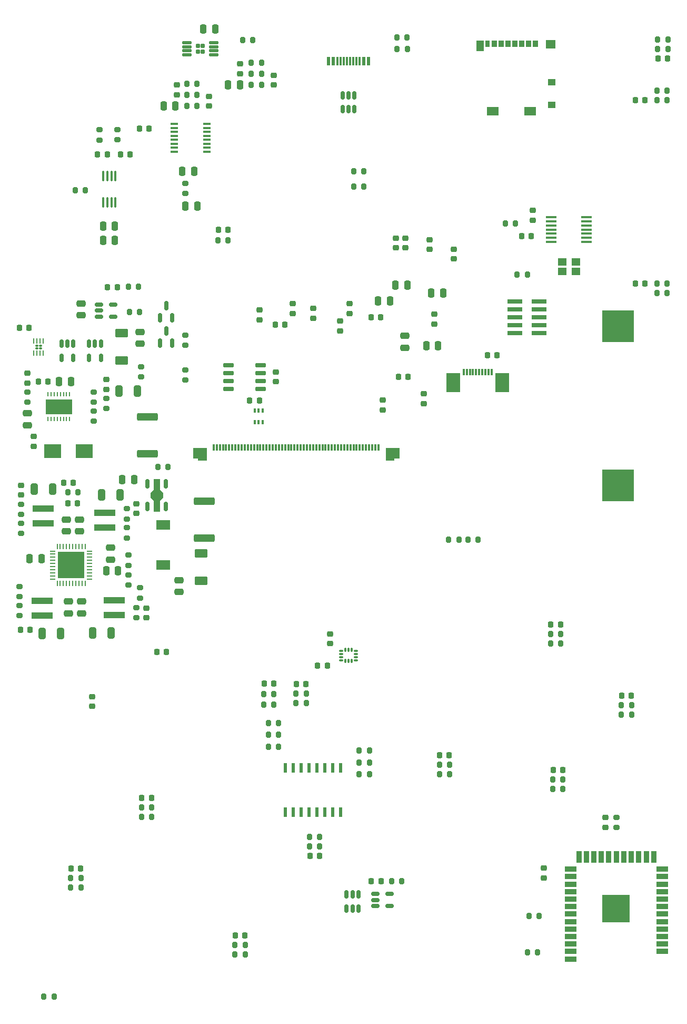
<source format=gbp>
G04 #@! TF.GenerationSoftware,KiCad,Pcbnew,8.0.4*
G04 #@! TF.CreationDate,2024-09-06T21:03:00+01:00*
G04 #@! TF.ProjectId,gk-pcbv3,676b2d70-6362-4763-932e-6b696361645f,rev?*
G04 #@! TF.SameCoordinates,Original*
G04 #@! TF.FileFunction,Paste,Bot*
G04 #@! TF.FilePolarity,Positive*
%FSLAX46Y46*%
G04 Gerber Fmt 4.6, Leading zero omitted, Abs format (unit mm)*
G04 Created by KiCad (PCBNEW 8.0.4) date 2024-09-06 21:03:00*
%MOMM*%
%LPD*%
G01*
G04 APERTURE LIST*
G04 Aperture macros list*
%AMRoundRect*
0 Rectangle with rounded corners*
0 $1 Rounding radius*
0 $2 $3 $4 $5 $6 $7 $8 $9 X,Y pos of 4 corners*
0 Add a 4 corners polygon primitive as box body*
4,1,4,$2,$3,$4,$5,$6,$7,$8,$9,$2,$3,0*
0 Add four circle primitives for the rounded corners*
1,1,$1+$1,$2,$3*
1,1,$1+$1,$4,$5*
1,1,$1+$1,$6,$7*
1,1,$1+$1,$8,$9*
0 Add four rect primitives between the rounded corners*
20,1,$1+$1,$2,$3,$4,$5,0*
20,1,$1+$1,$4,$5,$6,$7,0*
20,1,$1+$1,$6,$7,$8,$9,0*
20,1,$1+$1,$8,$9,$2,$3,0*%
%AMFreePoly0*
4,1,13,0.900000,0.500000,2.600000,0.500000,2.600000,-0.500000,0.900000,-0.500000,0.400000,-1.000000,-0.400000,-1.000000,-0.900000,-0.500000,-2.600000,-0.500000,-2.600000,0.500000,-0.900000,0.500000,-0.400000,1.000000,0.400000,1.000000,0.900000,0.500000,0.900000,0.500000,$1*%
G04 Aperture macros list end*
%ADD10C,0.000000*%
%ADD11C,0.010000*%
%ADD12R,1.676400X0.355600*%
%ADD13RoundRect,0.225000X-0.250000X0.225000X-0.250000X-0.225000X0.250000X-0.225000X0.250000X0.225000X0*%
%ADD14RoundRect,0.225000X0.225000X0.250000X-0.225000X0.250000X-0.225000X-0.250000X0.225000X-0.250000X0*%
%ADD15R,0.812800X0.254000*%
%ADD16R,0.254000X0.812800*%
%ADD17R,4.191000X4.191000*%
%ADD18RoundRect,0.200000X-0.275000X0.200000X-0.275000X-0.200000X0.275000X-0.200000X0.275000X0.200000X0*%
%ADD19RoundRect,0.250000X0.475000X-0.250000X0.475000X0.250000X-0.475000X0.250000X-0.475000X-0.250000X0*%
%ADD20RoundRect,0.250000X-0.475000X0.250000X-0.475000X-0.250000X0.475000X-0.250000X0.475000X0.250000X0*%
%ADD21RoundRect,0.250000X0.250000X0.475000X-0.250000X0.475000X-0.250000X-0.475000X0.250000X-0.475000X0*%
%ADD22RoundRect,0.225000X0.250000X-0.225000X0.250000X0.225000X-0.250000X0.225000X-0.250000X-0.225000X0*%
%ADD23RoundRect,0.225000X-0.225000X-0.250000X0.225000X-0.250000X0.225000X0.250000X-0.225000X0.250000X0*%
%ADD24R,1.879600X0.812800*%
%ADD25R,0.812800X1.879600*%
%ADD26R,4.394200X4.394200*%
%ADD27RoundRect,0.200000X0.200000X0.275000X-0.200000X0.275000X-0.200000X-0.275000X0.200000X-0.275000X0*%
%ADD28RoundRect,0.200000X0.275000X-0.200000X0.275000X0.200000X-0.275000X0.200000X-0.275000X-0.200000X0*%
%ADD29R,1.400000X1.150000*%
%ADD30RoundRect,0.200000X-0.200000X-0.275000X0.200000X-0.275000X0.200000X0.275000X-0.200000X0.275000X0*%
%ADD31R,3.400000X0.980000*%
%ADD32R,2.700000X2.200000*%
%ADD33RoundRect,0.218750X0.218750X0.256250X-0.218750X0.256250X-0.218750X-0.256250X0.218750X-0.256250X0*%
%ADD34RoundRect,0.250000X-0.250000X-0.475000X0.250000X-0.475000X0.250000X0.475000X-0.250000X0.475000X0*%
%ADD35RoundRect,0.250000X-0.325000X-0.650000X0.325000X-0.650000X0.325000X0.650000X-0.325000X0.650000X0*%
%ADD36RoundRect,0.250000X0.325000X0.650000X-0.325000X0.650000X-0.325000X-0.650000X0.325000X-0.650000X0*%
%ADD37R,0.203200X0.711200*%
%ADD38R,4.343400X2.438400*%
%ADD39R,0.300000X1.100000*%
%ADD40R,2.300000X3.100000*%
%ADD41RoundRect,0.150000X-0.512500X-0.150000X0.512500X-0.150000X0.512500X0.150000X-0.512500X0.150000X0*%
%ADD42RoundRect,0.150000X-0.150000X0.512500X-0.150000X-0.512500X0.150000X-0.512500X0.150000X0.512500X0*%
%ADD43RoundRect,0.175000X-0.175000X0.575000X-0.175000X-0.575000X0.175000X-0.575000X0.175000X0.575000X0*%
%ADD44FreePoly0,270.000000*%
%ADD45RoundRect,0.250000X-1.425000X0.362500X-1.425000X-0.362500X1.425000X-0.362500X1.425000X0.362500X0*%
%ADD46R,2.200000X1.500000*%
%ADD47RoundRect,0.218750X-0.218750X-0.256250X0.218750X-0.256250X0.218750X0.256250X-0.218750X0.256250X0*%
%ADD48RoundRect,0.250000X0.800000X-0.450000X0.800000X0.450000X-0.800000X0.450000X-0.800000X-0.450000X0*%
%ADD49RoundRect,0.100000X-0.100000X0.225000X-0.100000X-0.225000X0.100000X-0.225000X0.100000X0.225000X0*%
%ADD50RoundRect,0.150000X0.725000X0.150000X-0.725000X0.150000X-0.725000X-0.150000X0.725000X-0.150000X0*%
%ADD51R,5.100000X5.100000*%
%ADD52RoundRect,0.250000X1.425000X-0.362500X1.425000X0.362500X-1.425000X0.362500X-1.425000X-0.362500X0*%
%ADD53RoundRect,0.087500X0.225000X0.087500X-0.225000X0.087500X-0.225000X-0.087500X0.225000X-0.087500X0*%
%ADD54RoundRect,0.087500X0.087500X0.225000X-0.087500X0.225000X-0.087500X-0.225000X0.087500X-0.225000X0*%
%ADD55RoundRect,0.125000X0.600000X0.125000X-0.600000X0.125000X-0.600000X-0.125000X0.600000X-0.125000X0*%
%ADD56RoundRect,0.157500X0.157500X0.222500X-0.157500X0.222500X-0.157500X-0.222500X0.157500X-0.222500X0*%
%ADD57R,0.600000X1.450000*%
%ADD58R,0.300000X1.450000*%
%ADD59RoundRect,0.062500X-0.062500X0.325000X-0.062500X-0.325000X0.062500X-0.325000X0.062500X0.325000X0*%
%ADD60RoundRect,0.080000X-0.160000X0.080000X-0.160000X-0.080000X0.160000X-0.080000X0.160000X0.080000X0*%
%ADD61R,0.600000X1.500000*%
%ADD62R,2.400000X0.740000*%
%ADD63R,1.200000X0.400000*%
%ADD64RoundRect,0.150000X0.150000X-0.587500X0.150000X0.587500X-0.150000X0.587500X-0.150000X-0.587500X0*%
%ADD65RoundRect,0.100000X-0.100000X0.712500X-0.100000X-0.712500X0.100000X-0.712500X0.100000X0.712500X0*%
%ADD66R,0.850000X1.100000*%
%ADD67R,0.750000X1.100000*%
%ADD68R,1.200000X1.000000*%
%ADD69R,1.550000X1.350000*%
%ADD70R,1.900000X1.350000*%
%ADD71R,1.170000X1.800000*%
G04 APERTURE END LIST*
D10*
G36*
X140597634Y-164019000D02*
G01*
X139332900Y-164019000D01*
X139332900Y-162754266D01*
X140597634Y-162754266D01*
X140597634Y-164019000D01*
G37*
G36*
X140597634Y-162554267D02*
G01*
X139332900Y-162554267D01*
X139332900Y-161289533D01*
X140597634Y-161289533D01*
X140597634Y-162554267D01*
G37*
G36*
X140597634Y-161089533D02*
G01*
X139332900Y-161089533D01*
X139332900Y-159824800D01*
X140597634Y-159824800D01*
X140597634Y-161089533D01*
G37*
G36*
X142062367Y-164019000D02*
G01*
X140797633Y-164019000D01*
X140797633Y-162754266D01*
X142062367Y-162754266D01*
X142062367Y-164019000D01*
G37*
G36*
X142062367Y-162554267D02*
G01*
X140797633Y-162554267D01*
X140797633Y-161289533D01*
X142062367Y-161289533D01*
X142062367Y-162554267D01*
G37*
G36*
X142062367Y-161089533D02*
G01*
X140797633Y-161089533D01*
X140797633Y-159824800D01*
X142062367Y-159824800D01*
X142062367Y-161089533D01*
G37*
G36*
X143527100Y-164019000D02*
G01*
X142262366Y-164019000D01*
X142262366Y-162754266D01*
X143527100Y-162754266D01*
X143527100Y-164019000D01*
G37*
G36*
X143527100Y-162554267D02*
G01*
X142262366Y-162554267D01*
X142262366Y-161289533D01*
X143527100Y-161289533D01*
X143527100Y-162554267D01*
G37*
G36*
X143527100Y-161089533D02*
G01*
X142262366Y-161089533D01*
X142262366Y-159824800D01*
X143527100Y-159824800D01*
X143527100Y-161089533D01*
G37*
G36*
X50992100Y-82399200D02*
G01*
X49744300Y-82399200D01*
X49744300Y-80160800D01*
X50992100Y-80160800D01*
X50992100Y-82399200D01*
G37*
G36*
X52439900Y-82399200D02*
G01*
X51192100Y-82399200D01*
X51192100Y-80160800D01*
X52439900Y-80160800D01*
X52439900Y-82399200D01*
G37*
G36*
X53887700Y-82399200D02*
G01*
X52639900Y-82399200D01*
X52639900Y-80160800D01*
X53887700Y-80160800D01*
X53887700Y-82399200D01*
G37*
D11*
X106520000Y-89564000D02*
X105720000Y-89564000D01*
X105720000Y-89914000D01*
X104420000Y-89914000D01*
X104420000Y-87964000D01*
X106520000Y-87964000D01*
X106520000Y-89564000D01*
G36*
X106520000Y-89564000D02*
G01*
X105720000Y-89564000D01*
X105720000Y-89914000D01*
X104420000Y-89914000D01*
X104420000Y-87964000D01*
X106520000Y-87964000D01*
X106520000Y-89564000D01*
G37*
X75520000Y-89914000D02*
X74220000Y-89914000D01*
X74220000Y-89564000D01*
X73420000Y-89564000D01*
X73420000Y-87964000D01*
X75520000Y-87964000D01*
X75520000Y-89914000D01*
G36*
X75520000Y-89914000D02*
G01*
X74220000Y-89914000D01*
X74220000Y-89564000D01*
X73420000Y-89564000D01*
X73420000Y-87964000D01*
X75520000Y-87964000D01*
X75520000Y-89914000D01*
G37*
D12*
X131038600Y-54782001D03*
X131038600Y-54132000D03*
X131038600Y-53481999D03*
X131038600Y-52832000D03*
X131038600Y-52182001D03*
X131038600Y-51532000D03*
X131038600Y-50882001D03*
X136677400Y-50881999D03*
X136677400Y-51532000D03*
X136677400Y-52181999D03*
X136677400Y-52832000D03*
X136677400Y-53481999D03*
X136677400Y-54132000D03*
X136677400Y-54781999D03*
D13*
X112217200Y-66458800D03*
X112217200Y-68008800D03*
D14*
X103568800Y-66929000D03*
X102018800Y-66929000D03*
D15*
X56743600Y-104480799D03*
X56743600Y-104980801D03*
X56743600Y-105480800D03*
X56743600Y-105980799D03*
X56743600Y-106480800D03*
X56743600Y-106980800D03*
X56743600Y-107480801D03*
X56743600Y-107980800D03*
X56743600Y-108480799D03*
X56743600Y-108980801D03*
D16*
X56047201Y-109677200D03*
X55547199Y-109677200D03*
X55047200Y-109677200D03*
X54547201Y-109677200D03*
X54047200Y-109677200D03*
X53547200Y-109677200D03*
X53047199Y-109677200D03*
X52547200Y-109677200D03*
X52047201Y-109677200D03*
X51547199Y-109677200D03*
D15*
X50850800Y-108980801D03*
X50850800Y-108480799D03*
X50850800Y-107980800D03*
X50850800Y-107480801D03*
X50850800Y-106980800D03*
X50850800Y-106480800D03*
X50850800Y-105980799D03*
X50850800Y-105480800D03*
X50850800Y-104980801D03*
X50850800Y-104480799D03*
D16*
X51547199Y-103784400D03*
X52047201Y-103784400D03*
X52547200Y-103784400D03*
X53047199Y-103784400D03*
X53547200Y-103784400D03*
X54047200Y-103784400D03*
X54547201Y-103784400D03*
X55047200Y-103784400D03*
X55547199Y-103784400D03*
X56047201Y-103784400D03*
D17*
X53797200Y-106730800D03*
D18*
X62992000Y-108293400D03*
X62992000Y-109943400D03*
X62992000Y-105143800D03*
X62992000Y-106793800D03*
D19*
X53035200Y-101330800D03*
X53035200Y-99430800D03*
X55138800Y-101330800D03*
X55138800Y-99430800D03*
D20*
X55473600Y-112588000D03*
X55473600Y-114488000D03*
X53390800Y-112588000D03*
X53390800Y-114488000D03*
D21*
X49006800Y-105664000D03*
X47106800Y-105664000D03*
D13*
X64262000Y-96862600D03*
X64262000Y-98412600D03*
D22*
X45720000Y-95466200D03*
X45720000Y-93916200D03*
X65938400Y-115176600D03*
X65938400Y-113626600D03*
D14*
X47206200Y-117094000D03*
X45656200Y-117094000D03*
D19*
X60147200Y-105852000D03*
X60147200Y-103952000D03*
D22*
X110490000Y-80785000D03*
X110490000Y-79235000D03*
D13*
X103886000Y-80251000D03*
X103886000Y-81801000D03*
D23*
X106413000Y-76454000D03*
X107963000Y-76454000D03*
D22*
X97028000Y-69101000D03*
X97028000Y-67551000D03*
X98552000Y-66307000D03*
X98552000Y-64757000D03*
D13*
X92710000Y-65519000D03*
X92710000Y-67069000D03*
D22*
X89408000Y-66307000D03*
X89408000Y-64757000D03*
D13*
X84074000Y-65773000D03*
X84074000Y-67323000D03*
D14*
X88151000Y-68072000D03*
X86601000Y-68072000D03*
D24*
X134112000Y-170026660D03*
X134112000Y-168822700D03*
X134112000Y-167618740D03*
X134112000Y-166414780D03*
X134112000Y-165210820D03*
X134112000Y-164006860D03*
X134112000Y-162802900D03*
X134112000Y-161598940D03*
X134112000Y-160394980D03*
X134112000Y-159191020D03*
X134112000Y-157987060D03*
X134112000Y-156783100D03*
X134112000Y-155579140D03*
D25*
X135455700Y-153593800D03*
X136659660Y-153593800D03*
X137863620Y-153593800D03*
X139067580Y-153593800D03*
X140271540Y-153593800D03*
X141475500Y-153593800D03*
X142679460Y-153593800D03*
X143883420Y-153593800D03*
X145087380Y-153593800D03*
X146291340Y-153593800D03*
X147495300Y-153593800D03*
D24*
X148844000Y-155579140D03*
X148844000Y-156783100D03*
X148844000Y-157987060D03*
X148844000Y-159191020D03*
X148844000Y-160394980D03*
X148844000Y-161598940D03*
X148844000Y-162802900D03*
X148844000Y-164006860D03*
X148844000Y-165210820D03*
X148844000Y-166414780D03*
X148844000Y-167618740D03*
X148844000Y-168822700D03*
D26*
X141430000Y-161921900D03*
D27*
X129095000Y-163068000D03*
X127445000Y-163068000D03*
D28*
X141478000Y-148907000D03*
X141478000Y-147257000D03*
D27*
X128841000Y-168910000D03*
X127191000Y-168910000D03*
D22*
X129794000Y-156985000D03*
X129794000Y-155435000D03*
X139700000Y-148857000D03*
X139700000Y-147307000D03*
D29*
X132758000Y-59601000D03*
X134958000Y-59601000D03*
X134958000Y-58001000D03*
X132758000Y-58001000D03*
D27*
X54927000Y-94996000D03*
X53277000Y-94996000D03*
D28*
X45466000Y-111801500D03*
X45466000Y-110151500D03*
X45466000Y-114849500D03*
X45466000Y-113199500D03*
D18*
X45720000Y-100013000D03*
X45720000Y-101663000D03*
X45720000Y-96965000D03*
X45720000Y-98615000D03*
X62738000Y-100724200D03*
X62738000Y-102374200D03*
X62738000Y-97676200D03*
X62738000Y-99326200D03*
D28*
X64922400Y-112026200D03*
X64922400Y-110376200D03*
X64262000Y-113564400D03*
X64262000Y-115214400D03*
D18*
X46736000Y-78931000D03*
X46736000Y-80581000D03*
X59436000Y-79947000D03*
X59436000Y-81597000D03*
D27*
X100901000Y-45944000D03*
X99251000Y-45944000D03*
D30*
X99251000Y-43434000D03*
X100901000Y-43434000D03*
D18*
X57404000Y-81979000D03*
X57404000Y-83629000D03*
X57404000Y-78931000D03*
X57404000Y-80581000D03*
D31*
X59182000Y-98332200D03*
X59182000Y-100702200D03*
X49276000Y-97621000D03*
X49276000Y-99991000D03*
X60756800Y-112353000D03*
X60756800Y-114723000D03*
X49123600Y-114808000D03*
X49123600Y-112438000D03*
D32*
X50790000Y-88392000D03*
X55890000Y-88392000D03*
D33*
X54838700Y-96774000D03*
X53263700Y-96774000D03*
D21*
X105090000Y-64262000D03*
X103190000Y-64262000D03*
D20*
X107442000Y-69916000D03*
X107442000Y-71816000D03*
D34*
X110911600Y-71526400D03*
X112811600Y-71526400D03*
X111724400Y-63042800D03*
X113624400Y-63042800D03*
X59451200Y-107645200D03*
X61351200Y-107645200D03*
D35*
X49172600Y-117687000D03*
X52122600Y-117687000D03*
D36*
X50801800Y-94488000D03*
X47851800Y-94488000D03*
X61673000Y-95453200D03*
X58723000Y-95453200D03*
X57249800Y-117602000D03*
X60199800Y-117602000D03*
D35*
X61517000Y-78740000D03*
X64467000Y-78740000D03*
D23*
X48501000Y-77216000D03*
X50051000Y-77216000D03*
D13*
X46736000Y-75933000D03*
X46736000Y-77483000D03*
X59436000Y-76949000D03*
X59436000Y-78499000D03*
D22*
X47752000Y-87643000D03*
X47752000Y-86093000D03*
D14*
X54115000Y-93472000D03*
X52565000Y-93472000D03*
D19*
X46736000Y-84262000D03*
X46736000Y-82362000D03*
D34*
X51882000Y-77216000D03*
X53782000Y-77216000D03*
D14*
X127788000Y-53848000D03*
X126238000Y-53848000D03*
D13*
X128016000Y-49771000D03*
X128016000Y-51321000D03*
D37*
X50065998Y-79330799D03*
X50566000Y-79330799D03*
X51065999Y-79330799D03*
X51566000Y-79330799D03*
X52066000Y-79330799D03*
X52565998Y-79330799D03*
X53066000Y-79330799D03*
X53565999Y-79330799D03*
X53566002Y-83229201D03*
X53066000Y-83229201D03*
X52566001Y-83229201D03*
X52066000Y-83229201D03*
X51566000Y-83229201D03*
X51066002Y-83229201D03*
X50566000Y-83229201D03*
X50066001Y-83229201D03*
D38*
X51816000Y-81280000D03*
D39*
X121426800Y-75727800D03*
X120926800Y-75727800D03*
X120426800Y-75727800D03*
X119926800Y-75727800D03*
X119426800Y-75727800D03*
X118926800Y-75727800D03*
X118426800Y-75727800D03*
X117926800Y-75727800D03*
X117426800Y-75727800D03*
X116926800Y-75727800D03*
D40*
X123096800Y-77427800D03*
X115256800Y-77427800D03*
D14*
X84061600Y-80314800D03*
X82511600Y-80314800D03*
D13*
X86741000Y-75729800D03*
X86741000Y-77279800D03*
D30*
X125540000Y-60071000D03*
X127190000Y-60071000D03*
D39*
X103220000Y-87814000D03*
X102720000Y-87814000D03*
X102220000Y-87814000D03*
X101720000Y-87814000D03*
X101220000Y-87814000D03*
X100720000Y-87814000D03*
X100220000Y-87814000D03*
X99720000Y-87814000D03*
X99220000Y-87814000D03*
X98720000Y-87814000D03*
X98220000Y-87814000D03*
X97720000Y-87814000D03*
X97220000Y-87814000D03*
X96720000Y-87814000D03*
X96220000Y-87814000D03*
X95720000Y-87814000D03*
X95220000Y-87814000D03*
X94720000Y-87814000D03*
X94220000Y-87814000D03*
X93720000Y-87814000D03*
X93220000Y-87814000D03*
X92720000Y-87814000D03*
X92220000Y-87814000D03*
X91720000Y-87814000D03*
X91220000Y-87814000D03*
X90720000Y-87814000D03*
X90220000Y-87814000D03*
X89720000Y-87814000D03*
X89220000Y-87814000D03*
X88720000Y-87814000D03*
X88220000Y-87814000D03*
X87720000Y-87814000D03*
X87220000Y-87814000D03*
X86720000Y-87814000D03*
X86220000Y-87814000D03*
X85720000Y-87814000D03*
X85220000Y-87814000D03*
X84720000Y-87814000D03*
X84220000Y-87814000D03*
X83720000Y-87814000D03*
X83220000Y-87814000D03*
X82720000Y-87814000D03*
X82220000Y-87814000D03*
X81720000Y-87814000D03*
X81220000Y-87814000D03*
X80720000Y-87814000D03*
X80220000Y-87814000D03*
X79720000Y-87814000D03*
X79220000Y-87814000D03*
X78720000Y-87814000D03*
X78220000Y-87814000D03*
X77720000Y-87814000D03*
X77220000Y-87814000D03*
X76720000Y-87814000D03*
D41*
X102748500Y-161478000D03*
X102748500Y-160528000D03*
X102748500Y-159578000D03*
X105023500Y-159578000D03*
X105023500Y-161478000D03*
D42*
X98110000Y-159644500D03*
X99060000Y-159644500D03*
X100010000Y-159644500D03*
X100010000Y-161919500D03*
X99060000Y-161919500D03*
X98110000Y-161919500D03*
D43*
X66064000Y-93654000D03*
D44*
X67564000Y-95504000D03*
D43*
X69064000Y-93654000D03*
X69064000Y-97354000D03*
X66064000Y-97354000D03*
D30*
X105347000Y-157480000D03*
X106997000Y-157480000D03*
X123635000Y-51816000D03*
X125285000Y-51816000D03*
D45*
X75234800Y-96453100D03*
X75234800Y-102378100D03*
D27*
X69405000Y-90932000D03*
X67755000Y-90932000D03*
D46*
X68630800Y-106679600D03*
X68630800Y-100279600D03*
D47*
X102082500Y-157480000D03*
X103657500Y-157480000D03*
D48*
X74726800Y-109235600D03*
X74726800Y-104835600D03*
D23*
X120764000Y-73025000D03*
X122314000Y-73025000D03*
D20*
X71170800Y-109133600D03*
X71170800Y-111033600D03*
D21*
X63942000Y-92964000D03*
X62042000Y-92964000D03*
D49*
X83297000Y-81879400D03*
X83947000Y-81879400D03*
X84597000Y-81879400D03*
X84597000Y-83779400D03*
X83947000Y-83779400D03*
X83297000Y-83779400D03*
D50*
X84286800Y-74599800D03*
X84286800Y-75869800D03*
X84286800Y-77139800D03*
X84286800Y-78409800D03*
X79136800Y-78409800D03*
X79136800Y-77139800D03*
X79136800Y-75869800D03*
X79136800Y-74599800D03*
D51*
X141757400Y-93953000D03*
X141757400Y-68353000D03*
D13*
X107594400Y-54190600D03*
X107594400Y-55740600D03*
D22*
X106019600Y-55740600D03*
X106019600Y-54190600D03*
D52*
X66040000Y-88814500D03*
X66040000Y-82889500D03*
D18*
X65024000Y-74867000D03*
X65024000Y-76517000D03*
D28*
X72136000Y-47053000D03*
X72136000Y-45403000D03*
D34*
X71694000Y-43434000D03*
X73594000Y-43434000D03*
X72202000Y-49022000D03*
X74102000Y-49022000D03*
X105984000Y-61722000D03*
X107884000Y-61722000D03*
D22*
X95478600Y-119367600D03*
X95478600Y-117817600D03*
D53*
X99562100Y-120509600D03*
X99562100Y-121009600D03*
X99562100Y-121509600D03*
X99562100Y-122009600D03*
D54*
X98899600Y-122172100D03*
X98399600Y-122172100D03*
X97899600Y-122172100D03*
D53*
X97237100Y-122009600D03*
X97237100Y-121509600D03*
X97237100Y-121009600D03*
X97237100Y-120509600D03*
D54*
X97899600Y-120347100D03*
X98399600Y-120347100D03*
X98899600Y-120347100D03*
D23*
X77457000Y-52832000D03*
X79007000Y-52832000D03*
D27*
X79057000Y-54540800D03*
X77407000Y-54540800D03*
D14*
X94983600Y-122910600D03*
X93433600Y-122910600D03*
D27*
X66763400Y-147193000D03*
X65113400Y-147193000D03*
X91630000Y-128905000D03*
X89980000Y-128905000D03*
D14*
X69101000Y-120650000D03*
X67551000Y-120650000D03*
D30*
X72375000Y-33000000D03*
X74025000Y-33000000D03*
D27*
X149669000Y-32004000D03*
X148019000Y-32004000D03*
D30*
X84773000Y-127430000D03*
X86423000Y-127430000D03*
D55*
X72450000Y-22825000D03*
X72450000Y-23475000D03*
X72450000Y-24125000D03*
X72450000Y-24775000D03*
X76750000Y-24775000D03*
X76750000Y-24125000D03*
X76750000Y-23475000D03*
X76750000Y-22825000D03*
D56*
X74210000Y-23330000D03*
X74210000Y-24270000D03*
X74990000Y-23330000D03*
X74990000Y-24270000D03*
D57*
X95152300Y-25759300D03*
X95952300Y-25759300D03*
D58*
X96652300Y-25759300D03*
X97652300Y-25759300D03*
X99152300Y-25759300D03*
X100152300Y-25759300D03*
D57*
X100852300Y-25759300D03*
X101652300Y-25759300D03*
X101652300Y-25759300D03*
X100852300Y-25759300D03*
D58*
X99652300Y-25759300D03*
X98652300Y-25759300D03*
X98152300Y-25759300D03*
X97152300Y-25759300D03*
D57*
X95952300Y-25759300D03*
X95152300Y-25759300D03*
D14*
X81724800Y-166268400D03*
X80174800Y-166268400D03*
D27*
X143928600Y-130784600D03*
X142278600Y-130784600D03*
D30*
X63183000Y-66040000D03*
X64833000Y-66040000D03*
D27*
X132549400Y-119303800D03*
X130899400Y-119303800D03*
D23*
X148200000Y-25324000D03*
X149750000Y-25324000D03*
D27*
X56095400Y-46532800D03*
X54445400Y-46532800D03*
D23*
X92189000Y-153416000D03*
X93739000Y-153416000D03*
D27*
X101790000Y-136525000D03*
X100140000Y-136525000D03*
X84425000Y-26000000D03*
X82775000Y-26000000D03*
X101790000Y-138430000D03*
X100140000Y-138430000D03*
D42*
X52237600Y-71201700D03*
X53187600Y-71201700D03*
X54137600Y-71201700D03*
X54137600Y-73476700D03*
X52237600Y-73476700D03*
D27*
X81774800Y-169316400D03*
X80124800Y-169316400D03*
D22*
X76000000Y-32975000D03*
X76000000Y-31425000D03*
D13*
X57150000Y-127876000D03*
X57150000Y-129426000D03*
D34*
X79050000Y-29600000D03*
X80950000Y-29600000D03*
D14*
X66307000Y-36576000D03*
X64757000Y-36576000D03*
D27*
X114667800Y-140309600D03*
X113017800Y-140309600D03*
X149800000Y-23800000D03*
X148150000Y-23800000D03*
D59*
X47814800Y-72691700D03*
X48314800Y-72691700D03*
X48814800Y-72691700D03*
X49314800Y-72691700D03*
X49314800Y-70716700D03*
X48814800Y-70716700D03*
X48314800Y-70716700D03*
X47814800Y-70716700D03*
D60*
X48264800Y-71904200D03*
X48864800Y-71904200D03*
X48264800Y-71504200D03*
X48864800Y-71504200D03*
D30*
X62979800Y-62052200D03*
X64629800Y-62052200D03*
D13*
X81000000Y-26225000D03*
X81000000Y-27775000D03*
D30*
X148019000Y-62992000D03*
X149669000Y-62992000D03*
D61*
X88214200Y-139350400D03*
X89484200Y-139350400D03*
X90754200Y-139350400D03*
X92024200Y-139350400D03*
X93294200Y-139350400D03*
X94564200Y-139350400D03*
X95834200Y-139350400D03*
X97104200Y-139350400D03*
X97104200Y-146450400D03*
X95834200Y-146450400D03*
X94564200Y-146450400D03*
X93294200Y-146450400D03*
X92024200Y-146450400D03*
X90754200Y-146450400D03*
X89484200Y-146450400D03*
X88214200Y-146450400D03*
D30*
X148019000Y-30480000D03*
X149669000Y-30480000D03*
D27*
X74025000Y-31200000D03*
X72375000Y-31200000D03*
D30*
X89980000Y-127381000D03*
X91630000Y-127381000D03*
X106213300Y-23847900D03*
X107863300Y-23847900D03*
D42*
X56687600Y-71201700D03*
X57637600Y-71201700D03*
X58587600Y-71201700D03*
X58587600Y-73476700D03*
X56687600Y-73476700D03*
D30*
X106187900Y-21968300D03*
X107837900Y-21968300D03*
D20*
X55397400Y-64683600D03*
X55397400Y-66583600D03*
D27*
X87185000Y-135890000D03*
X85535000Y-135890000D03*
D22*
X111455200Y-56045400D03*
X111455200Y-54495400D03*
D30*
X148150000Y-22276000D03*
X149800000Y-22276000D03*
D27*
X84425000Y-27800000D03*
X82775000Y-27800000D03*
D22*
X86400000Y-29575000D03*
X86400000Y-28025000D03*
D27*
X101790000Y-140335000D03*
X100140000Y-140335000D03*
D22*
X115366800Y-57518600D03*
X115366800Y-55968600D03*
D27*
X74025000Y-29400000D03*
X72375000Y-29400000D03*
D30*
X92139000Y-150368000D03*
X93789000Y-150368000D03*
D13*
X70800000Y-29625000D03*
X70800000Y-31175000D03*
D27*
X132905000Y-142697200D03*
X131255000Y-142697200D03*
D23*
X61709000Y-40741600D03*
X63259000Y-40741600D03*
D30*
X84773000Y-129130000D03*
X86423000Y-129130000D03*
D14*
X55308800Y-155524200D03*
X53758800Y-155524200D03*
D30*
X53708800Y-157048200D03*
X55358800Y-157048200D03*
D62*
X129077000Y-64389000D03*
X125177000Y-64389000D03*
X129077000Y-65659000D03*
X125177000Y-65659000D03*
X129077000Y-66929000D03*
X125177000Y-66929000D03*
X129077000Y-68199000D03*
X125177000Y-68199000D03*
X129077000Y-69469000D03*
X125177000Y-69469000D03*
D34*
X68650000Y-33000000D03*
X70550000Y-33000000D03*
D41*
X58273100Y-66812200D03*
X58273100Y-65862200D03*
X58273100Y-64912200D03*
X60548100Y-64912200D03*
X60548100Y-66812200D03*
D14*
X146063000Y-61468000D03*
X144513000Y-61468000D03*
D27*
X149669000Y-61468000D03*
X148019000Y-61468000D03*
D14*
X132499400Y-116285800D03*
X130949400Y-116285800D03*
D30*
X131255000Y-141173200D03*
X132905000Y-141173200D03*
D27*
X93789000Y-151892000D03*
X92139000Y-151892000D03*
D63*
X70425000Y-40322500D03*
X70425000Y-39687500D03*
X70425000Y-39052500D03*
X70425000Y-38417500D03*
X70425000Y-37782500D03*
X70425000Y-37147500D03*
X70425000Y-36512500D03*
X70425000Y-35877500D03*
X75625000Y-35877500D03*
X75625000Y-36512500D03*
X75625000Y-37147500D03*
X75625000Y-37782500D03*
X75625000Y-38417500D03*
X75625000Y-39052500D03*
X75625000Y-39687500D03*
X75625000Y-40322500D03*
D30*
X65113400Y-145669000D03*
X66763400Y-145669000D03*
X49416200Y-176072800D03*
X51066200Y-176072800D03*
D27*
X87185000Y-133985000D03*
X85535000Y-133985000D03*
X55358800Y-158572200D03*
X53708800Y-158572200D03*
D34*
X75050000Y-20600000D03*
X76950000Y-20600000D03*
D28*
X72136000Y-77025000D03*
X72136000Y-75375000D03*
D30*
X113017800Y-138785600D03*
X114667800Y-138785600D03*
D64*
X70038000Y-71041500D03*
X68138000Y-71041500D03*
X69088000Y-69166500D03*
D14*
X86373000Y-125730000D03*
X84823000Y-125730000D03*
D23*
X58051400Y-40741600D03*
X59601400Y-40741600D03*
D64*
X70038000Y-66977500D03*
X68138000Y-66977500D03*
X69088000Y-65102500D03*
D14*
X66713400Y-144145000D03*
X65163400Y-144145000D03*
D28*
X72136000Y-71437000D03*
X72136000Y-69787000D03*
D30*
X82775000Y-29600000D03*
X84425000Y-29600000D03*
D65*
X58969000Y-44267900D03*
X59619000Y-44267900D03*
X60269000Y-44267900D03*
X60919000Y-44267900D03*
X60919000Y-48492900D03*
X60269000Y-48492900D03*
X59619000Y-48492900D03*
X58969000Y-48492900D03*
D27*
X87185000Y-132080000D03*
X85535000Y-132080000D03*
D14*
X146063000Y-32004000D03*
X144513000Y-32004000D03*
D48*
X61899800Y-73878800D03*
X61899800Y-69478800D03*
D18*
X61264800Y-36767000D03*
X61264800Y-38417000D03*
D66*
X128448305Y-22983800D03*
X127348305Y-22983800D03*
X126248305Y-22983800D03*
X125148305Y-22983800D03*
X124048305Y-22983800D03*
X122948305Y-22983800D03*
X121848305Y-22983800D03*
D67*
X120798305Y-22983800D03*
D68*
X131083305Y-29133800D03*
X131083305Y-32833800D03*
D69*
X130908305Y-23108800D03*
D70*
X127583305Y-33808800D03*
X121613305Y-33808800D03*
D71*
X119588305Y-23333800D03*
D30*
X142278600Y-129260600D03*
X143928600Y-129260600D03*
D42*
X97452300Y-31244800D03*
X98402300Y-31244800D03*
X99352300Y-31244800D03*
X99352300Y-33519800D03*
X98402300Y-33519800D03*
X97452300Y-33519800D03*
D14*
X91580000Y-125857000D03*
X90030000Y-125857000D03*
D30*
X80124800Y-167792400D03*
X81774800Y-167792400D03*
D14*
X143878600Y-127736600D03*
X142328600Y-127736600D03*
D21*
X60843200Y-52273200D03*
X58943200Y-52273200D03*
D14*
X114617800Y-137261600D03*
X113067800Y-137261600D03*
D21*
X60843200Y-54559200D03*
X58943200Y-54559200D03*
D20*
X64846200Y-69281000D03*
X64846200Y-71181000D03*
D18*
X58369200Y-36817800D03*
X58369200Y-38467800D03*
D30*
X81375000Y-22400000D03*
X83025000Y-22400000D03*
D14*
X132855000Y-139649200D03*
X131305000Y-139649200D03*
X47003000Y-68580000D03*
X45453000Y-68580000D03*
D30*
X130899400Y-117779800D03*
X132549400Y-117779800D03*
D47*
X59639100Y-62077600D03*
X61214100Y-62077600D03*
D27*
X119239800Y-102616000D03*
X117589800Y-102616000D03*
D30*
X114506200Y-102616000D03*
X116156200Y-102616000D03*
M02*

</source>
